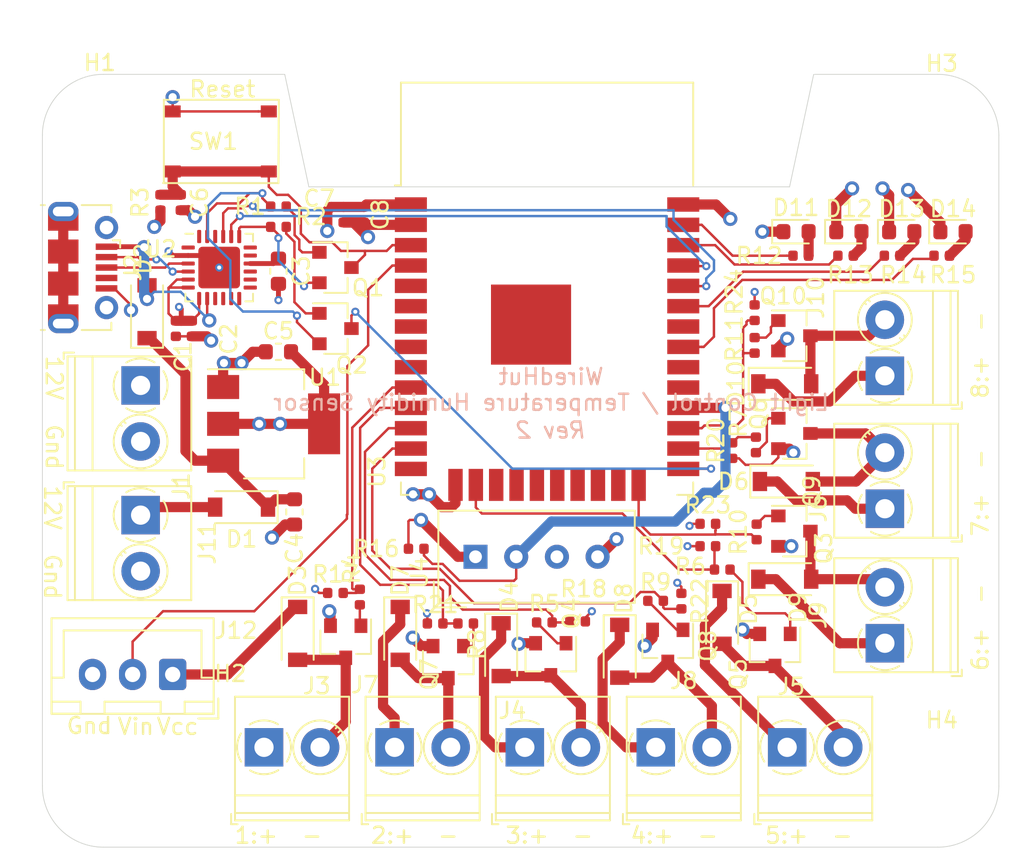
<source format=kicad_pcb>
(kicad_pcb (version 20241229) (generator "pcbnew") (generator_version "9.0")
  (title_block (date "2021-12-03") (comment 4 "@Comment4@"))
  (layers (0 "F.Cu" signal) (4 "In1.Cu" power) (6 "In2.Cu" power) (2 "B.Cu" signal) (13 "F.Paste" user) (15 "B.Paste" user) (5 "F.SilkS" user "F.Silkscreen") (7 "B.SilkS" user "B.Silkscreen") (1 "F.Mask" user) (3 "B.Mask" user) (25 "Edge.Cuts" user))
  (net 0 "")
  (net 1 "GND")
  (net 2 "+3V3")
  (net 3 "Net-(C3-Pad1)")
  (net 4 "Net-(C4-Pad1)")
  (net 5 "/EN")
  (net 6 "VCC")
  (net 7 "VBUS")
  (net 8 "/USB_RTS")
  (net 9 "Net-(Q1-Pad1)")
  (net 10 "/IO0")
  (net 11 "/USB_DTR")
  (net 12 "Net-(Q2-Pad1)")
  (net 13 "/USB_TX")
  (net 14 "/USB_RX")
  (net 15 "/USB_DM")
  (net 16 "/USB_DP")
  (net 17 "Net-(D3-Pad2)")
  (net 18 "Net-(D4-Pad2)")
  (net 19 "Net-(D5-Pad2)")
  (net 20 "Net-(D6-Pad2)")
  (net 21 "Net-(D7-Pad2)")
  (net 22 "Net-(D8-Pad2)")
  (net 23 "Net-(D9-Pad2)")
  (net 24 "Net-(D10-Pad2)")
  (net 25 "Net-(Q3-Pad1)")
  (net 26 "Net-(Q4-Pad1)")
  (net 27 "Net-(Q5-Pad1)")
  (net 28 "Net-(Q6-Pad1)")
  (net 29 "Net-(Q7-Pad1)")
  (net 30 "Net-(Q8-Pad1)")
  (net 31 "Net-(Q9-Pad1)")
  (net 32 "Net-(Q10-Pad1)")
  (net 33 "/PIR_A")
  (net 34 "/CH_1")
  (net 35 "/CH_3")
  (net 36 "/CH_5")
  (net 37 "/CH_7")
  (net 38 "/CH_2")
  (net 39 "/CH_4")
  (net 40 "/CH_6")
  (net 41 "/CH_8")
  (net 42 "Net-(D11-Pad2)")
  (net 43 "Net-(D12-Pad2)")
  (net 44 "Net-(D13-Pad2)")
  (net 45 "Net-(D14-Pad2)")
  (net 46 "/LED1")
  (net 47 "/LED2")
  (net 48 "/LED3")
  (net 49 "/LED4")
  (net 50 "/DHT_IO")
  (footprint "Resistor_SMD:R_0402_1005Metric" (layer "F.Cu") (at 111.2 69.85 -90)
    (property "Reference" "C1")
    (property "Value" "1uF")
  )
  (footprint "Resistor_SMD:R_0402_1005Metric" (layer "F.Cu") (at 112.2 69.85 -90)
    (property "Reference" "C2")
    (property "Value" "0.1uF")
  )
  (footprint "Resistor_SMD:R_0603_1608Metric" (layer "F.Cu") (at 117.602 66.2685 -90)
    (property "Reference" "C3")
    (property "Value" "4.7uF")
  )
  (footprint "Resistor_SMD:R_0603_1608Metric" (layer "F.Cu") (at 118.6 81.3 -90)
    (property "Reference" "C4")
    (property "Value" "1uF")
  )
  (footprint "Resistor_SMD:R_0603_1608Metric" (layer "F.Cu") (at 117.6 71.3 180)
    (property "Reference" "C5")
    (property "Value" "22uF")
  )
  (footprint "Resistor_SMD:R_0402_1005Metric" (layer "F.Cu") (at 122.936 62.738 90)
    (property "Reference" "C8")
    (property "Value" "0.1uF")
  )
  (footprint "Diode_SMD:D_SOD-123" (layer "F.Cu") (at 115.3 81 180)
    (property "Reference" "D1")
    (property "Value" "D_Schottky")
  )
  (footprint "Diode_SMD:D_SOD-123" (layer "F.Cu") (at 109.4 68.8 90)
    (property "Reference" "D2")
    (property "Value" "D_Schottky")
  )
  (footprint "Package_TO_SOT_SMD:SOT-23" (layer "F.Cu") (at 121.158 69.85)
    (property "Reference" "Q2")
    (property "Value" "Q_NPN_BEC")
  )
  (footprint "Resistor_SMD:R_0402_1005Metric" (layer "F.Cu") (at 117.602 62.23 180)
    (property "Reference" "R1")
    (property "Value" "10kR")
  )
  (footprint "Resistor_SMD:R_0402_1005Metric" (layer "F.Cu") (at 117.602 63.5 180)
    (property "Reference" "R2")
    (property "Value" "10kR")
  )
  (footprint "Resistor_SMD:R_0402_1005Metric" (layer "F.Cu") (at 110.236 61.976 -90)
    (property "Reference" "R3")
    (property "Value" "10kR")
  )
  (footprint "footprints:TS-1187A" (layer "F.Cu") (at 114 58.166)
    (property "Reference" "SW1")
    (property "Value" "SW_Push")
  )
  (footprint "Package_TO_SOT_SMD:SOT-223-3_TabPin2" (layer "F.Cu") (at 117.3 75.8)
    (property "Reference" "U1")
    (property "Value" "AZ1117-3.3")
  )
  (footprint "Package_DFN_QFN:QFN-24-1EP_4x4mm_P0.5mm_EP2.6x2.6mm" (layer "F.Cu") (at 113.904 66.04)
    (property "Reference" "U2")
    (property "Value" "CP2104")
  )
  (footprint "RF_Module:ESP32-WROOM-32" (layer "F.Cu") (at 134.366 70.358)
    (property "Reference" "U3")
    (property "Value" "ESP32-WROOM-32")
  )
  (footprint "Diode_SMD:D_SOD-123" (layer "F.Cu") (at 118.8 88.884 -90)
    (property "Reference" "D3")
    (property "Value" "D_Schottky")
  )
  (footprint "Connector_USB:USB_Micro-B_Molex-105017-0001" (layer "F.Cu") (at 105.41 66.04 -90)
    (property "Reference" "J2")
    (property "Value" "USB_B_Micro")
  )
  (footprint "Resistor_SMD:R_0402_1005Metric" (layer "F.Cu") (at 122.682 86.614 90)
    (property "Reference" "R4")
    (property "Value" "100R")
  )
  (footprint "Resistor_SMD:R_0402_1005Metric" (layer "F.Cu") (at 134.2 88.2)
    (property "Reference" "R5")
    (property "Value" "100R")
  )
  (footprint "Resistor_SMD:R_0402_1005Metric" (layer "F.Cu") (at 145.3 84.9 180)
    (property "Reference" "R6")
    (property "Value" "100R")
  )
  (footprint "Resistor_SMD:R_0402_1005Metric" (layer "F.Cu") (at 147.4 77.115 90)
    (property "Reference" "R7")
    (property "Value" "100R")
  )
  (footprint "Resistor_SMD:R_0402_1005Metric" (layer "F.Cu") (at 129.286 88.265 180)
    (property "Reference" "R8")
    (property "Value" "100R")
  )
  (footprint "Resistor_SMD:R_0402_1005Metric" (layer "F.Cu") (at 141.138 86.852)
    (property "Reference" "R9")
    (property "Value" "100R")
  )
  (footprint "Resistor_SMD:R_0402_1005Metric" (layer "F.Cu") (at 147.32 70.9 -90)
    (property "Reference" "R11")
    (property "Value" "100R")
  )
  (footprint "TerminalBlock_Phoenix:TerminalBlock_Phoenix_PT-1,5-2-3.5-H_1x02_P3.50mm_Horizontal" (layer "F.Cu") (at 109 73.4 -90)
    (property "Reference" "J1")
    (property "Value" "Screw_Terminal_01x02")
  )
  (footprint "TerminalBlock_Phoenix:TerminalBlock_Phoenix_PT-1,5-2-3.5-H_1x02_P3.50mm_Horizontal" (layer "F.Cu") (at 116.7 96)
    (property "Reference" "J3")
    (property "Value" "Screw_Terminal_01x02")
  )
  (footprint "Resistor_SMD:R_0402_1005Metric" (layer "F.Cu") (at 121.666 62.738 90)
    (property "Reference" "C7")
    (property "Value" "10uF")
  )
  (footprint "Package_TO_SOT_SMD:SOT-23" (layer "F.Cu") (at 121.158 66.04)
    (property "Reference" "Q1")
    (property "Value" "Q_NPN_BEC")
  )
  (footprint "Resistor_SMD:R_0402_1005Metric" (layer "F.Cu") (at 111.506 61.976 -90)
    (property "Reference" "C6")
    (property "Value" "0.1uF")
  )
  (footprint "Diode_SMD:D_SOD-123" (layer "F.Cu") (at 131.5 89.9 -90)
    (property "Reference" "D4")
    (property "Value" "D_Schottky")
  )
  (footprint "Diode_SMD:D_SOD-123" (layer "F.Cu") (at 145.288 87.884 -90)
    (property "Reference" "D5")
    (property "Value" "D_Schottky")
  )
  (footprint "Diode_SMD:D_SOD-123" (layer "F.Cu") (at 149.3 79.4)
    (property "Reference" "D6")
    (property "Value" "D_Schottky")
  )
  (footprint "Diode_SMD:D_SOD-123" (layer "F.Cu") (at 125.2 88.884 -90)
    (property "Reference" "D7")
    (property "Value" "D_Schottky")
  )
  (footprint "Diode_SMD:D_SOD-123" (layer "F.Cu") (at 138.9 90 -90)
    (property "Reference" "D8")
    (property "Value" "D_Schottky")
  )
  (footprint "Diode_SMD:D_SOD-123" (layer "F.Cu") (at 149.2 73.3)
    (property "Reference" "D10")
    (property "Value" "D_Schottky")
  )
  (footprint "Package_TO_SOT_SMD:SOT-23" (layer "F.Cu") (at 134.6 90.5 -90)
    (property "Reference" "Q4")
    (property "Value" "Q_NMOS_GDS")
  )
  (footprint "Package_TO_SOT_SMD:SOT-23" (layer "F.Cu") (at 148.59 89.916 -90)
    (property "Reference" "Q5")
    (property "Value" "Q_NMOS_GDS")
  )
  (footprint "Package_TO_SOT_SMD:SOT-23" (layer "F.Cu") (at 149.8 76.4)
    (property "Reference" "Q6")
    (property "Value" "Q_NMOS_GDS")
  )
  (footprint "Package_TO_SOT_SMD:SOT-23" (layer "F.Cu") (at 128.2 90.678 -90)
    (property "Reference" "Q7")
    (property "Value" "Q_NMOS_GDS")
  )
  (footprint "Package_TO_SOT_SMD:SOT-23" (layer "F.Cu") (at 141.9 89.662 -90)
    (property "Reference" "Q8")
    (property "Value" "Q_NMOS_GDS")
  )
  (footprint "TerminalBlock_Phoenix:TerminalBlock_Phoenix_PT-1,5-2-3.5-H_1x02_P3.50mm_Horizontal" (layer "F.Cu") (at 132.978 96)
    (property "Reference" "J4")
    (property "Value" "Screw_Terminal_01x02")
  )
  (footprint "TerminalBlock_Phoenix:TerminalBlock_Phoenix_PT-1,5-2-3.5-H_1x02_P3.50mm_Horizontal" (layer "F.Cu") (at 149.35 96)
    (property "Reference" "J5")
    (property "Value" "Screw_Terminal_01x02")
  )
  (footprint "TerminalBlock_Phoenix:TerminalBlock_Phoenix_PT-1,5-2-3.5-H_1x02_P3.50mm_Horizontal" (layer "F.Cu") (at 155.448 81.1 90)
    (property "Reference" "J6")
    (property "Value" "Screw_Terminal_01x02")
  )
  (footprint "TerminalBlock_Phoenix:TerminalBlock_Phoenix_PT-1,5-2-3.5-H_1x02_P3.50mm_Horizontal" (layer "F.Cu") (at 124.85 96)
    (property "Reference" "J7")
    (property "Value" "Screw_Terminal_01x02")
  )
  (footprint "TerminalBlock_Phoenix:TerminalBlock_Phoenix_PT-1,5-2-3.5-H_1x02_P3.50mm_Horizontal" (layer "F.Cu") (at 141.15 96)
    (property "Reference" "J8")
    (property "Value" "Screw_Terminal_01x02")
  )
  (footprint "TerminalBlock_Phoenix:TerminalBlock_Phoenix_PT-1,5-2-3.5-H_1x02_P3.50mm_Horizontal" (layer "F.Cu") (at 155.448 72.8 90)
    (property "Reference" "J10")
    (property "Value" "Screw_Terminal_01x02")
  )
  (footprint "Resistor_SMD:R_0402_1005Metric" (layer "F.Cu") (at 147.447 82.55 -90)
    (property "Reference" "R10")
    (property "Value" "100R")
  )
  (footprint "TerminalBlock_Phoenix:TerminalBlock_Phoenix_PT-1,5-2-3.5-H_1x02_P3.50mm_Horizontal" (layer "F.Cu") (at 155.448 89.5 90)
    (property "Reference" "J9")
    (property "Value" "Screw_Terminal_01x02")
  )
  (footprint "Package_TO_SOT_SMD:SOT-23" (layer "F.Cu") (at 149.8 82.5)
    (property "Reference" "Q9")
    (property "Value" "Q_NMOS_GDS")
  )
  (footprint "TerminalBlock_Phoenix:TerminalBlock_Phoenix_PT-1,5-2-3.5-H_1x02_P3.50mm_Horizontal" (layer "F.Cu") (at 109 81.5 -90)
    (property "Reference" "J11")
    (property "Value" "Screw_Terminal_01x02")
  )
  (footprint "Connector_JST:JST_XH_B3B-XH-A_1x03_P2.50mm_Vertical" (layer "F.Cu") (at 111 91.45 180)
    (property "Reference" "J12")
    (property "Value" "Conn_01x03")
  )
  (footprint "MountingHole:MountingHole_3.2mm_M3" (layer "F.Cu") (at 106.45 57.45)
    (property "Reference" "H1")
    (property "Value" "MountingHole")
  )
  (footprint "MountingHole:MountingHole_3.2mm_M3" (layer "F.Cu") (at 106.5 98.5)
    (property "Reference" "H2")
    (property "Value" "MountingHole")
  )
  (footprint "MountingHole:MountingHole_3.2mm_M3" (layer "F.Cu") (at 159 57.5)
    (property "Reference" "H3")
    (property "Value" "MountingHole")
  )
  (footprint "MountingHole:MountingHole_3.2mm_M3" (layer "F.Cu") (at 159 98.5)
    (property "Reference" "H4")
    (property "Value" "MountingHole")
  )
  (footprint "Diode_SMD:D_SOD-123" (layer "F.Cu") (at 149.2 85.5)
    (property "Reference" "D9")
    (property "Value" "D_Schottky")
  )
  (footprint "LED_SMD:LED_0603_1608Metric" (layer "F.Cu") (at 149.9 63.8)
    (property "Reference" "D11")
    (property "Value" "Green")
  )
  (footprint "LED_SMD:LED_0603_1608Metric" (layer "F.Cu") (at 153.2 63.8)
    (property "Reference" "D12")
    (property "Value" "Green")
  )
  (footprint "LED_SMD:LED_0603_1608Metric" (layer "F.Cu") (at 156.5 63.8)
    (property "Reference" "D13")
    (property "Value" "Red")
  )
  (footprint "LED_SMD:LED_0603_1608Metric" (layer "F.Cu") (at 159.7 63.8)
    (property "Reference" "D14")
    (property "Value" "Red")
  )
  (footprint "Resistor_SMD:R_0402_1005Metric" (layer "F.Cu") (at 150.2 65.3)
    (property "Reference" "R12")
    (property "Value" "47R")
  )
  (footprint "Resistor_SMD:R_0402_1005Metric" (layer "F.Cu") (at 153 65.3)
    (property "Reference" "R13")
    (property "Value" "47R")
  )
  (footprint "Resistor_SMD:R_0402_1005Metric" (layer "F.Cu") (at 155.9 65.3)
    (property "Reference" "R14")
    (property "Value" "150R")
  )
  (footprint "Resistor_SMD:R_0402_1005Metric" (layer "F.Cu") (at 159 65.3)
    (property "Reference" "R15")
    (property "Value" "150R")
  )
  (footprint "Sensor:Aosong_DHT11_5.5x12.0_P2.54mm" (layer "F.Cu") (at 129.9 84.1 90)
    (property "Reference" "U4")
    (property "Value" "DHT11")
  )
  (footprint "Resistor_SMD:R_0402_1005Metric" (layer "F.Cu") (at 126.2 83.6 180)
    (property "Reference" "R16")
    (property "Value" "10kR")
  )
  (footprint "Package_TO_SOT_SMD:SOT-23" (layer "F.Cu") (at 121.8 89.408 -90)
    (property "Reference" "Q3")
    (property "Value" "Q_NMOS_GSD")
  )
  (footprint "Resistor_SMD:R_0402_1005Metric" (layer "F.Cu") (at 121.158 86.36)
    (property "Reference" "R17")
    (property "Value" "10kR")
  )
  (footprint "Resistor_SMD:R_0402_1005Metric" (layer "F.Cu") (at 136.271 88.138 180)
    (property "Reference" "R18")
    (property "Value" "10kR")
  )
  (footprint "Resistor_SMD:R_0402_1005Metric" (layer "F.Cu") (at 144.399 83.439)
    (property "Reference" "R19")
    (property "Value" "10kR")
  )
  (footprint "Resistor_SMD:R_0402_1005Metric" (layer "F.Cu") (at 145.923 77.47 90)
    (property "Reference" "R20")
    (property "Value" "10kR")
  )
  (footprint "Resistor_SMD:R_0402_1005Metric" (layer "F.Cu") (at 127.381 88.265)
    (property "Reference" "R21")
    (property "Value" "10kR")
  )
  (footprint "Resistor_SMD:R_0402_1005Metric" (layer "F.Cu") (at 142.748 86.868 -90)
    (property "Reference" "R22")
    (property "Value" "10kR")
  )
  (footprint "Resistor_SMD:R_0402_1005Metric" (layer "F.Cu") (at 144.399 82.042)
    (property "Reference" "R23")
    (property "Value" "10kR")
  )
  (footprint "Resistor_SMD:R_0402_1005Metric" (layer "F.Cu") (at 147.32 68.857 -90)
    (property "Reference" "R24")
    (property "Value" "10kR")
  )
  (footprint "Package_TO_SOT_SMD:SOT-23" (layer "F.Cu") (at 149.8 70.3)
    (property "Reference" "Q10")
    (property "Value" "Q_NMOS_GDS")
  )
  (gr_line (start 102.87 57.785) (end 102.87 98.425) (stroke (width 0.05)) (layer "Edge.Cuts"))
  (gr_line (start 106.68 102.235) (end 158.75 102.235) (stroke (width 0.05)) (layer "Edge.Cuts"))
  (gr_line (start 162.56 98.425) (end 162.56 57.785) (stroke (width 0.05)) (layer "Edge.Cuts"))
  (gr_line (start 117.975 53.975) (end 118 54) (stroke (width 0.05)) (layer "Edge.Cuts"))
  (gr_line (start 151.025 53.975) (end 151 54) (stroke (width 0.05)) (layer "Edge.Cuts"))
  (gr_line (start 118 54) (end 119.5 61) (stroke (width 0.05)) (layer "Edge.Cuts"))
  (gr_line (start 106.68 53.975) (end 117.975 53.975) (stroke (width 0.05)) (layer "Edge.Cuts"))
  (gr_line (start 119.5 61) (end 149.5 61) (stroke (width 0.05)) (layer "Edge.Cuts"))
  (gr_arc (start 162.56 98.425) (mid 161.444077 101.119077) (end 158.75 102.235) (stroke (width 0.05)) (layer "Edge.Cuts"))
  (gr_arc (start 158.75 53.975) (mid 161.444077 55.090923) (end 162.56 57.785) (stroke (width 0.05)) (layer "Edge.Cuts"))
  (gr_arc (start 102.87 57.785) (mid 103.985923 55.090923) (end 106.68 53.975) (stroke (width 0.05)) (layer "Edge.Cuts"))
  (gr_arc (start 106.68 102.235) (mid 103.985923 101.119077) (end 102.87 98.425) (stroke (width 0.05)) (layer "Edge.Cuts"))
  (gr_line (start 149.5 61) (end 151 54) (stroke (width 0.05)) (layer "Edge.Cuts"))
  (gr_line (start 158.75 53.975) (end 151.025 53.975) (stroke (width 0.05)) (layer "Edge.Cuts"))
  (gr_text "12V  Gnd" (at 103.5 83.2 270) (layer "F.SilkS") (effects (font (size 1 1))))
  (gr_text "5:+  -" (at 150.7 101.5 0) (layer "F.SilkS") (effects (font (size 1 1))))
  (gr_text "Gnd" (at 105.8 94.65 0) (layer "F.SilkS") (effects (font (size 1 1))))
  (gr_text "6:+  -" (at 161.4 88.5 90) (layer "F.SilkS") (effects (font (size 1 1))))
  (gr_text "8:+  -" (at 161.4 71.5 90) (layer "F.SilkS") (effects (font (size 1 1))))
  (gr_text "3:+  -" (at 134.5 101.5 0) (layer "F.SilkS") (effects (font (size 1 1))))
  (gr_text "Vin" (at 108.7 94.7 0) (layer "F.SilkS") (effects (font (size 1 1))))
  (gr_text "2:+  -" (at 126.1 101.5 0) (layer "F.SilkS") (effects (font (size 1 1))))
  (gr_text "Vcc" (at 111.3 94.7 0) (layer "F.SilkS") (effects (font (size 1 1))))
  (gr_text "4:+  -" (at 142.3 101.5 0) (layer "F.SilkS") (effects (font (size 1 1))))
  (gr_text "1:+  -" (at 117.6 101.5 0) (layer "F.SilkS") (effects (font (size 1 1))))
  (gr_text "7:+  -" (at 161.4 80.1 90) (layer "F.SilkS") (effects (font (size 1 1))))
  (gr_text "Reset" (at 114.1 54.9 0) (layer "F.SilkS") (effects (font (size 1 1))))
  (gr_text "12V  Gnd" (at 103.6 75.1 270) (layer "F.SilkS") (effects (font (size 1 1))))
  (gr_text "WiredHut\nLight Control / Temperature Humidity Sensor" (at 134.62 73.66 0) (layer "B.SilkS") (effects (font (size 1 1)) (justify mirror)))
  (gr_text "Rev 2" (at 134.62 76.2 0) (layer "B.SilkS") (effects (font (size 1 1) (thickness 0.15) (italic yes)) (justify mirror)))
  (segment (start 117.602 67.056) (end 117.602 68.072) (width 0.3048) (layer "F.Cu") (net 1))
  (segment (start 116 71.3) (end 115.3 72) (width 0.635) (layer "F.Cu") (net 1))
  (segment (start 111.9665 65.29) (end 113.154 65.29) (width 0.3048) (layer "F.Cu") (net 1))
  (segment (start 155.7125 63.8) (end 155.7125 61.5125) (width 0.635) (layer "F.Cu") (net 1))
  (segment (start 148.8 77.9024) (end 148.8 77.35) (width 0.1524) (layer "F.Cu") (net 1))
  (segment (start 111 56.291) (end 111 55.4) (width 0.1524) (layer "F.Cu") (net 1))
  (segment (start 114.15 73.5) (end 114.15 72.05) (width 0.635) (layer "F.Cu") (net 1))
  (segment (start 147.64 88.916) (end 146.828 88.916) (width 0.635) (layer "F.Cu") (net 1))
  (segment (start 146.343 77.955) (end 146.747 78.359) (width 0.1524) (layer "F.Cu") (net 1))
  (segment (start 114.15 72.05) (end 114.2 72) (width 0.635) (layer "F.Cu") (net 1))
  (segment (start 158.9125 63.8) (end 158.9125 63.2125) (width 0.635) (layer "F.Cu") (net 1))
  (segment (start 146.747 78.359) (end 148.3434 78.359) (width 0.1524) (layer "F.Cu") (net 1))
  (segment (start 148.3434 78.359) (end 148.8 77.9024) (width 0.1524) (layer "F.Cu") (net 1))
  (segment (start 123.086 62.103) (end 122.936 62.253) (width 0.635) (layer "F.Cu") (net 1))
  (segment (start 137.6 84.1) (end 138.7 83) (width 0.635) (layer "F.Cu") (net 1))
  (segment (start 104.1725 65.04) (end 104.1725 67.04) (width 0.635) (layer "F.Cu") (net 1))
  (segment (start 149.595 83.45) (end 149.606 83.439) (width 0.635) (layer "F.Cu") (net 1))
  (segment (start 111.01 65.29) (end 110.744 65.024) (width 0.3048) (layer "F.Cu") (net 1))
  (segment (start 128.651 79.613) (end 128.651 80.749) (width 0.635) (layer "F.Cu") (net 1))
  (segment (start 117 56.291) (end 116.3476 56.291) (width 0.1524) (layer "F.Cu") (net 1))
  (segment (start 113.154 65.29) (end 113.904 66.04) (width 0.3048) (layer "F.Cu") (net 1))
  (segment (start 136.756 87.907) (end 137.16 87.503) (width 0.1524) (layer "F.Cu") (net 1))
  (segment (start 128.651 80.749) (end 128.4 81) (width 0.635) (layer "F.Cu") (net 1))
  (segment (start 106.8725 67.34) (end 107.3475 67.34) (width 0.1524) (layer "F.Cu") (net 1))
  (segment (start 152.4125 63.8) (end 152.4125 62.0875) (width 0.635) (layer "F.Cu") (net 1))
  (segment (start 120.673 86.36) (end 120.142 86.36) (width 0.1524) (layer "F.Cu") (net 1))
  (segment (start 146.828 88.916) (end 146.558 88.646) (width 0.635) (layer "F.Cu") (net 1))
  (segment (start 126.896 87.653) (end 126.873 87.63) (width 0.1524) (layer "F.Cu") (net 1))
  (segment (start 143.914 82.042) (end 143.383 82.042) (width 0.1524) (layer "F.Cu") (net 1))
  (segment (start 143.383 82.042) (end 143.256 82.169) (width 0.1524) (layer "F.Cu") (net 1))
  (segment (start 149.486 77.35) (end 149.733 77.597) (width 0.635) (layer "F.Cu") (net 1))
  (segment (start 143.914 83.439) (end 143.129 83.439) (width 0.1524) (layer "F.Cu") (net 1))
  (segment (start 127 80.2) (end 126 80.2) (width 0.635) (layer "F.Cu") (net 1))
  (segment (start 121.666 62.253) (end 120.881 62.253) (width 0.635) (layer "F.Cu") (net 1))
  (segment (start 145.923 77.955) (end 146.343 77.955) (width 0.1524) (layer "F.Cu") (net 1))
  (segment (start 148.8 77.35) (end 149.486 77.35) (width 0.635) (layer "F.Cu") (net 1))
  (segment (start 148.8 83.45) (end 149.595 83.45) (width 0.635) (layer "F.Cu") (net 1))
  (segment (start 140.95 88.662) (end 140.95 89.174) (width 0.635) (layer "F.Cu") (net 1))
  (segment (start 111.991 62.461) (end 112.395 62.865) (width 0.635) (layer "F.Cu") (net 1))
  (segment (start 126.508 89.678) (end 125.984 89.154) (width 0.635) (layer "F.Cu") (net 1))
  (segment (start 127.25 89.678) (end 126.508 89.678) (width 0.635) (layer "F.Cu") (net 1))
  (segment (start 137.52 84.1) (end 137.6 84.1) (width 0.635) (layer "F.Cu") (net 1))
  (segment (start 148.8 71.037) (end 149.352 70.485) (width 0.635) (layer "F.Cu") (net 1))
  (segment (start 120.85 88.408) (end 120.85 87.576) (width 0.635) (layer "F.Cu") (net 1))
  (segment (start 126.896 88.265) (end 126.896 87.653) (width 0.1524) (layer "F.Cu") (net 1))
  (segment (start 112.2 70.335) (end 113.135 70.335) (width 0.635) (layer "F.Cu") (net 1))
  (segment (start 122.936 62.253) (end 121.666 62.253) (width 0.635) (layer "F.Cu") (net 1))
  (segment (start 147.32 68.372) (end 147.32 67.564) (width 0.1524) (layer "F.Cu") (net 1))
  (segment (start 142.748 85.979) (end 142.494 85.725) (width 0.1524) (layer "F.Cu") (net 1))
  (segment (start 111.9665 65.29) (end 111.01 65.29) (width 0.3048) (layer "F.Cu") (net 1))
  (segment (start 158.9125 63.2125) (end 156.9 61.2) (width 0.635) (layer "F.Cu") (net 1))
  (segment (start 108.4 68.3925) (end 108.4 68.7) (width 0.1524) (layer "F.Cu") (net 1))
  (segment (start 116.8125 71.3) (end 116 71.3) (width 0.635) (layer "F.Cu") (net 1))
  (segment (start 120.881 62.253) (end 120.87609 62.25791) (width 0.635) (layer "F.Cu") (net 1))
  (segment (start 113.135 70.335) (end 113.4 70.6) (width 0.635) (layer "F.Cu") (net 1))
  (segment (start 125.866 62.103) (end 123.086 62.103) (width 0.635) (layer "F.Cu") (net 1))
  (segment (start 136.756 88.138) (end 136.756 87.907) (width 0.1524) (layer "F.Cu") (net 1))
  (segment (start 142.866 62.103) (end 144.903 62.103) (width 0.635) (layer "F.Cu") (net 1))
  (segment (start 149.1125 63.8) (end 147.8 63.8) (width 0.635) (layer "F.Cu") (net 1))
  (segment (start 133.65 89.5) (end 132.623 89.5) (width 0.635) (layer "F.Cu") (net 1))
  (segment (start 111.2 70.335) (end 112.2 70.335) (width 0.1524) (layer "F.Cu") (net 1))
  (segment (start 128.4 81) (end 127.8 81) (width 0.635) (layer "F.Cu") (net 1))
  (segment (start 142.748 86.383) (end 142.748 85.979) (width 0.1524) (layer "F.Cu") (net 1))
  (segment (start 155.7125 61.5125) (end 155.3 61.1) (width 0.635) (layer "F.Cu") (net 1))
  (segment (start 148.8 71.25) (end 148.8 71.037) (width 0.635) (layer "F.Cu") (net 1))
  (segment (start 118.6 82.0875) (end 118.0125 82.0875) (width 0.635) (layer "F.Cu") (net 1))
  (segment (start 116.3476 56.291) (end 111 56.291) (width 0.1524) (layer "F.Cu") (net 1))
  (segment (start 132.623 89.5) (end 132.588 89.535) (width 0.635) (layer "F.Cu") (net 1))
  (segment (start 120.85 87.576) (end 120.777 87.503) (width 0.635) (layer "F.Cu") (net 1))
  (segment (start 104.1725 67.04) (end 104.1725 68.94) (width 0.635) (layer "F.Cu") (net 1))
  (segment (start 118.0125 82.0875) (end 117.2 82.9) (width 0.635) (layer "F.Cu") (net 1))
  (segment (start 140.95 89.174) (end 140.462 89.662) (width 0.635) (layer "F.Cu") (net 1))
  (segment (start 120.65 62.484) (end 120.65 63.754) (width 0.635) (layer "F.Cu") (net 1))
  (segment (start 120.142 86.36) (end 119.888 86.106) (width 0.1524) (layer "F.Cu") (net 1))
  (segment (start 111.506 62.461) (end 111.991 62.461) (width 0.635) (layer "F.Cu") (net 1))
  (segment (start 144.903 62.103) (end 145.8 63) (width 0.635) (layer "F.Cu") (net 1))
  (segment (start 120.87609 62.25791) (end 120.65 62.484) (width 0.635) (layer "F.Cu") (net 1))
  (segment (start 115.3 72) (end 114.2 72) (width 0.635) (layer "F.Cu") (net 1))
  (segment (start 107.3475 67.34) (end 108.4 68.3925) (width 0.1524) (layer "F.Cu") (net 1))
  (segment (start 104.1725 63.14) (end 104.1725 65.04) (width 0.635) (layer "F.Cu") (net 1))
  (segment (start 152.4125 62.0875) (end 153.4 61.1) (width 0.635) (layer "F.Cu") (net 1))
  (segment (start 127.8 81) (end 127 80.2) (width 0.635) (layer "F.Cu") (net 1))
  (via (at 117.2 82.9) (size 0.889) (drill 0.508) (layers "F.Cu" "B.Cu") (net 1))
  (via (at 149.352 70.485) (size 0.889) (drill 0.508) (layers "F.Cu" "B.Cu") (net 1))
  (via (at 110.744 65.024) (size 0.508) (drill 0.254) (layers "F.Cu" "B.Cu") (net 1))
  (via (at 108.4 68.7) (size 0.889) (drill 0.508) (layers "F.Cu" "B.Cu") (net 1))
  (via (at 126.873 87.63) (size 0.508) (drill 0.254) (layers "F.Cu" "B.Cu") (net 1))
  (via (at 115.3 72) (size 0.889) (drill 0.508) (layers "F.Cu" "B.Cu") (net 1))
  (via (at 112.395 62.865) (size 0.889) (drill 0.508) (layers "F.Cu" "B.Cu") (net 1))
  (via (at 126 80.2) (size 0.889) (drill 0.508) (layers "F.Cu" "B.Cu") (net 1))
  (via (at 149.606 83.439) (size 0.889) (drill 0.508) (layers "F.Cu" "B.Cu") (net 1))
  (via (at 120.65 63.754) (size 0.889) (drill 0.508) (layers "F.Cu" "B.Cu") (net 1))
  (via (at 147.8 63.8) (size 0.889) (drill 0.508) (layers "F.Cu" "B.Cu") (net 1))
  (via (at 147.32 67.564) (size 0.508) (drill 0.254) (layers "F.Cu" "B.Cu") (net 1))
  (via (at 155.3 61.1) (size 0.889) (drill 0.508) (layers "F.Cu" "B.Cu") (net 1))
  (via (at 120.777 87.503) (size 0.889) (drill 0.508) (layers "F.Cu" "B.Cu") (net 1))
  (via (at 119.888 86.106) (size 0.508) (drill 0.254) (layers "F.Cu" "B.Cu") (net 1))
  (via (at 125.984 89.154) (size 0.889) (drill 0.508) (layers "F.Cu" "B.Cu") (net 1))
  (via (at 137.16 87.503) (size 0.508) (drill 0.254) (layers "F.Cu" "B.Cu") (net 1))
  (via (at 114.2 72) (size 0.889) (drill 0.508) (layers "F.Cu" "B.Cu") (net 1))
  (via (at 140.462 89.662) (size 0.889) (drill 0.508) (layers "F.Cu" "B.Cu") (net 1))
  (via (at 113.904 66.04) (size 0.508) (drill 0.254) (layers "F.Cu" "B.Cu") (net 1))
  (via (at 142.494 85.725) (size 0.508) (drill 0.254) (layers "F.Cu" "B.Cu") (net 1))
  (via (at 146.558 88.646) (size 0.889) (drill 0.508) (layers "F.Cu" "B.Cu") (net 1))
  (via (at 153.4 61.1) (size 0.889) (drill 0.508) (layers "F.Cu" "B.Cu") (net 1))
  (via (at 149.733 77.597) (size 0.889) (drill 0.508) (layers "F.Cu" "B.Cu") (net 1))
  (via (at 117.602 68.072) (size 0.508) (drill 0.254) (layers "F.Cu" "B.Cu") (net 1))
  (via (at 111 55.4) (size 0.889) (drill 0.508) (layers "F.Cu" "B.Cu") (net 1))
  (via (at 156.9 61.2) (size 0.889) (drill 0.508) (layers "F.Cu" "B.Cu") (net 1))
  (via (at 143.129 83.439) (size 0.508) (drill 0.254) (layers "F.Cu" "B.Cu") (net 1))
  (via (at 138.7 83) (size 0.889) (drill 0.508) (layers "F.Cu" "B.Cu") (net 1))
  (via (at 145.8 63) (size 0.889) (drill 0.508) (layers "F.Cu" "B.Cu") (net 1))
  (via (at 132.588 89.535) (size 0.889) (drill 0.508) (layers "F.Cu" "B.Cu") (net 1))
  (via (at 143.256 82.169) (size 0.508) (drill 0.254) (layers "F.Cu" "B.Cu") (net 1))
  (via (at 127 80.2) (size 0.889) (drill 0.508) (layers "F.Cu" "B.Cu") (net 1))
  (via (at 113.4 70.6) (size 0.889) (drill 0.508) (layers "F.Cu" "B.Cu") (net 1))
  (segment (start 125.866 63.373) (end 123.086 63.373) (width 0.635) (layer "F.Cu") (net 2))
  (segment (start 125.871383 81.8) (end 126.5 81.8) (width 0.1524) (layer "F.Cu") (net 2))
  (segment (start 111.264 66.79) (end 111.9665 66.79) (width 0.1524) (layer "F.Cu") (net 2))
  (segment (start 111.2 69.365) (end 111.535 69.365) (width 0.635) (layer "F.Cu") (net 2))
  (segment (start 123.086 63.373) (end 122.936 63.223) (width 0.635) (layer "F.Cu") (net 2))
  (segment (start 121.666 63.223) (end 122.278 63.223) (width 0.635) (layer "F.Cu") (net 2))
  (segment (start 120.45 75.8) (end 120.45 73.3625) (width 0.635) (layer "F.Cu") (net 2))
  (segment (start 110.744 67.31) (end 110.744 68.909) (width 0.1524) (layer "F.Cu") (net 2))
  (segment (start 110.744 67.31) (end 111.264 66.79) (width 0.1524) (layer "F.Cu") (net 2))
  (segment (start 120.45 73.3625) (end 118.3875 71.3) (width 0.635) (layer "F.Cu") (net 2))
  (segment (start 110.744 67.31) (end 110.764 67.29) (width 0.1524) (layer "F.Cu") (net 2))
  (segment (start 114.15 75.8) (end 116.4 75.8) (width 0.635) (layer "F.Cu") (net 2))
  (segment (start 111.535 69.365) (end 111.535 68.635) (width 0.3048) (layer "F.Cu") (net 2))
  (segment (start 125.8 81.8) (end 125.871383 81.8) (width 0.1524) (layer "F.Cu") (net 2))
  (segment (start 112.654 67.9775) (end 112.654 68.911) (width 0.1524) (layer "F.Cu") (net 2))
  (segment (start 125.715 81.885) (end 125.8 81.8) (width 0.1524) (layer "F.Cu") (net 2))
  (segment (start 111.535 69.365) (end 112.2 69.365) (width 0.635) (layer "F.Cu") (net 2))
  (segment (start 112.654 68.911) (end 112.2 69.365) (width 0.1524) (layer "F.Cu") (net 2))
  (segment (start 125.715 83.6) (end 125.715 81.885) (width 0.1524) (layer "F.Cu") (net 2))
  (segment (start 110.236 63.119) (end 109.855 63.5) (width 0.635) (layer "F.Cu") (net 2))
  (segment (start 110.764 67.29) (end 111.9665 67.29) (width 0.1524) (layer "F.Cu") (net 2))
  (segment (start 122.936 63.223) (end 121.666 63.223) (width 0.635) (layer "F.Cu") (net 2))
  (segment (start 128.8 84.1) (end 126.5 81.8) (width 0.635) (layer "F.Cu") (net 2))
  (segment (start 110.744 68.909) (end 111.2 69.365) (width 0.1524) (layer "F.Cu") (net 2))
  (segment (start 122.278 63.223) (end 123.19 64.135) (width 0.635) (layer "F.Cu") (net 2))
  (segment (start 111.535 68.635) (end 111.4 68.5) (width 0.3048) (layer "F.Cu") (net 2))
  (segment (start 129.9 84.1) (end 128.8 84.1) (width 0.635) (layer "F.Cu") (net 2))
  (segment (start 117.7 75.8) (end 116.4 75.8) (width 0.635) (layer "F.Cu") (net 2))
  (segment (start 110.236 62.461) (end 110.236 63.119) (width 0.635) (layer "F.Cu") (net 2))
  (segment (start 117.7 75.8) (end 120.45 75.8) (width 0.635) (layer "F.Cu") (net 2))
  (via (at 111.4 68.5) (size 0.508) (drill 0.254) (layers "F.Cu" "B.Cu") (net 2))
  (via (at 123.19 64.135) (size 0.889) (drill 0.508) (layers "F.Cu" "B.Cu") (net 2))
  (via (at 117.7 75.8) (size 0.889) (drill 0.508) (layers "F.Cu" "B.Cu") (net 2))
  (via (at 126.5 81.8) (size 0.889) (drill 0.508) (layers "F.Cu" "B.Cu") (net 2))
  (via (at 116.4 75.8) (size 0.889) (drill 0.508) (layers "F.Cu" "B.Cu") (net 2))
  (via (at 109.855 63.5) (size 0.889) (drill 0.508) (layers "F.Cu" "B.Cu") (net 2))
  (segment (start 117.602 65.481) (end 117.293 65.79) (width 0.3048) (layer "F.Cu") (net 3))
  (segment (start 117.293 65.79) (end 115.8415 65.79) (width 0.3048) (layer "F.Cu") (net 3))
  (segment (start 112.4 78.1) (end 114.15 78.1) (width 0.635) (layer "F.Cu") (net 4))
  (segment (start 118.6 80.5125) (end 117.4375 80.5125) (width 0.635) (layer "F.Cu") (net 4))
  (segment (start 109.55 70.45) (end 111.8 72.7) (width 0.635) (layer "F.Cu") (net 4))
  (segment (start 114.15 78.2) (end 116.95 81) (width 0.635) (layer "F.Cu") (net 4))
  (segment (start 114.15 78.1) (end 114.15 78.2) (width 0.635) (layer "F.Cu") (net 4))
  (segment (start 111.8 72.7) (end 111.8 77.5) (width 0.635) (layer "F.Cu") (net 4))
  (segment (start 117.4375 80.5125) (end 116.95 81) (width 0.635) (layer "F.Cu") (net 4))
  (segment (start 109.4 70.45) (end 109.55 70.45) (width 0.635) (layer "F.Cu") (net 4))
  (segment (start 111.8 77.5) (end 112.4 78.1) (width 0.635) (layer "F.Cu") (net 4))
  (segment (start 119 63.922798) (end 119 62.2911) (width 0.1524) (layer "F.Cu") (net 5))
  (segment (start 123 65) (end 121.5 65) (width 0.1524) (layer "F.Cu") (net 5))
  (segment (start 124.7136 64.643) (end 124.3566 65) (width 0.1524) (layer "F.Cu") (net 5))
  (segment (start 117.5 61.5) (end 117 61) (width 0.1524) (layer "F.Cu") (net 5))
  (segment (start 121.5 65) (end 120.961399 64.461399) (width 0.1524) (layer "F.Cu") (net 5))
  (segment (start 111 60.041) (end 111 60.985) (width 0.635) (layer "F.Cu") (net 5))
  (segment (start 123 65) (end 123 65.248) (width 0.1524) (layer "F.Cu") (net 5))
  (segment (start 119.538601 64.461399) (end 119 63.922798) (width 0.1524) (layer "F.Cu") (net 5))
  (segment (start 119 62.2911) (end 118.2089 61.5) (width 0.1524) (layer "F.Cu") (net 5))
  (segment (start 111 60.041) (end 117 60.041) (width 0.635) (layer "F.Cu") (net 5))
  (segment (start 120.961399 64.461399) (end 119.538601 64.461399) (width 0.1524) (layer "F.Cu") (net 5))
  (segment (start 110.236 61.491) (end 111.506 61.491) (width 0.635) (layer "F.Cu") (net 5))
  (segment (start 124.3566 65) (end 123 65) (width 0.1524) (layer "F.Cu") (net 5))
  (segment (start 125.866 64.643) (end 124.7136 64.643) (width 0.1524) (layer "F.Cu") (net 5))
  (segment (start 111 60.985) (end 111.506 61.491) (width 0.635) (layer "F.Cu") (net 5))
  (segment (start 118.2089 61.5) (end 117.5 61.5) (width 0.1524) (layer "F.Cu") (net 5))
  (segment (start 122.208 66.04) (end 122.158 66.04) (width 0.1524) (layer "F.Cu") (net 5))
  (segment (start 123 65.248) (end 122.208 66.04) (width 0.1524) (layer "F.Cu") (net 5))
  (segment (start 117 61) (end 117 60.041) (width 0.1524) (layer "F.Cu") (net 5))
  (segment (start 137.830099 94.515099) (end 139.315 96) (width 0.635) (layer "F.Cu") (net 6))
  (segment (start 148.635 85.5) (end 152.635 89.5) (width 0.635) (layer "F.Cu") (net 6))
  (segment (start 130.430099 90.404901) (end 131.5 89.335) (width 0.635) (layer "F.Cu") (net 6))
  (segment (start 137.830099 90.504901) (end 137.830099 94.515099) (width 0.635) (layer "F.Cu") (net 6))
  (segment (start 147.55 73.3) (end 148.635 73.3) (width 0.635) (layer "F.Cu") (net 6))
  (segment (start 153.613 81.1) (end 155.448 81.1) (width 0.635) (layer "F.Cu") (net 6))
  (segment (start 114.434 91.45) (end 116.7 89.184) (width 0.635) (layer "F.Cu") (net 6))
  (segment (start 149.35 96) (end 144.218099 90.868099) (width 0.635) (layer "F.Cu") (net 6))
  (segment (start 124.130099 89.388901) (end 125.2 88.319) (width 0.635) (layer "F.Cu") (net 6))
  (segment (start 113.65 81) (end 109.5 81) (width 0.635) (layer "F.Cu") (net 6))
  (segment (start 148.735 79.4) (end 149.915099 80.580099) (width 0.635) (layer "F.Cu") (net 6))
  (segment (start 144.218099 88.388901) (end 145.288 87.319) (width 0.635) (layer "F.Cu") (net 6))
  (segment (start 124.85 96) (end 124.85 94.165) (width 0.635) (layer "F.Cu") (net 6))
  (segment (start 147.55 85.5) (end 148.635 85.5) (width 0.635) (layer "F.Cu") (net 6))
  (segment (start 145.288 87.319) (end 145.288 86.234) (width 0.635) (layer "F.Cu") (net 6))
  (segment (start 109.5 81) (end 109 81.5) (width 0.635) (layer "F.Cu") (net 6))
  (segment (start 152.635 89.5) (end 153.613 89.5) (width 0.635) (layer "F.Cu") (net 6))
  (segment (start 148.635 73.3) (end 149.735 74.4) (width 0.635) (layer "F.Cu") (net 6))
  (segment (start 131.5 89.335) (end 131.5 88.25) (width 0.635) (layer "F.Cu") (net 6))
  (segment (start 124.130099 93.445099) (end 124.130099 89.388901) (width 0.635) (layer "F.Cu") (net 6))
  (segment (start 153.613 72.8) (end 155.448 72.8) (width 0.635) (layer "F.Cu") (net 6))
  (segment (start 131.143 96) (end 130.430099 95.287099) (width 0.635) (layer "F.Cu") (net 6))
  (segment (start 144.218099 90.868099) (end 144.218099 88.388901) (width 0.635) (layer "F.Cu") (net 6))
  (segment (start 138.9 89.435) (end 137.830099 90.504901) (width 0.635) (layer "F.Cu") (net 6))
  (segment (start 124.85 94.165) (end 124.130099 93.445099) (width 0.635) (layer "F.Cu") (net 6))
  (segment (start 149.915099 80.580099) (end 153.093099 80.580099) (width 0.635) (layer "F.Cu") (net 6))
  (segment (start 132.978 96) (end 131.143 96) (width 0.635) (layer "F.Cu") (net 6))
  (segment (start 149.735 74.4) (end 152.013 74.4) (width 0.635) (layer "F.Cu") (net 6))
  (segment (start 147.65 79.4) (end 148.735 79.4) (width 0.635) (layer "F.Cu") (net 6))
  (segment (start 152.013 74.4) (end 153.613 72.8) (width 0.635) (layer "F.Cu") (net 6))
  (segment (start 139.315 96) (end 141.15 96) (width 0.635) (layer "F.Cu") (net 6))
  (segment (start 153.613 89.5) (end 155.448 89.5) (width 0.635) (layer "F.Cu") (net 6))
  (segment (start 138.9 88.35) (end 138.9 89.435) (width 0.635) (layer "F.Cu") (net 6))
  (segment (start 130.430099 95.287099) (end 130.430099 90.404901) (width 0.635) (layer "F.Cu") (net 6))
  (segment (start 153.093099 80.580099) (end 153.613 81.1) (width 0.635) (layer "F.Cu") (net 6))
  (segment (start 125.2 88.319) (end 125.2 87.234) (width 0.635) (layer "F.Cu") (net 6))
  (segment (start 116.7 89.184) (end 118.65 87.234) (width 0.635) (layer "F.Cu") (net 6))
  (segment (start 118.65 87.234) (end 118.8 87.234) (width 0.635) (layer "F.Cu") (net 6))
  (segment (start 111 91.45) (end 114.434 91.45) (width 0.635) (layer "F.Cu") (net 6))
  (segment (start 113.154 67.9775) (end 113.154 69.212) (width 0.1524) (layer "F.Cu") (net 7))
  (segment (start 113.154 69.212) (end 113.284 69.342) (width 0.1524) (layer "F.Cu") (net 7))
  (segment (start 109.19 64.74) (end 109.22 64.77) (width 0.3048) (layer "F.Cu") (net 7))
  (segment (start 109.4 68) (end 109.4 67.15) (width 0.635) (layer "F.Cu") (net 7))
  (segment (start 106.8725 64.74) (end 109.19 64.74) (width 0.3048) (layer "F.Cu") (net 7))
  (via (at 109.22 64.77) (size 0.889) (drill 0.508) (layers "F.Cu" "B.Cu") (net 7))
  (via (at 109.4 68) (size 0.889) (drill 0.508) (layers "F.Cu" "B.Cu") (net 7))
  (via (at 113.284 69.342) (size 0.889) (drill 0.508) (layers "F.Cu" "B.Cu") (net 7))
  (segment (start 109.844499 67.555501) (end 109.4 68) (width 0.1524) (layer "B.Cu") (net 7))
  (segment (start 113.284 69.342) (end 111.497501 67.555501) (width 0.1524) (layer "B.Cu") (net 7))
  (segment (start 109.22 67.82) (end 109.4 68) (width 0.635) (layer "B.Cu") (net 7))
  (segment (start 111.497501 67.555501) (end 109.844499 67.555501) (width 0.1524) (layer "B.Cu") (net 7))
  (segment (start 109.22 64.77) (end 109.22 67.82) (width 0.635) (layer "B.Cu") (net 7))
  (segment (start 115.154 63.59) (end 115.244 63.5) (width 0.1524) (layer "F.Cu") (net 8))
  (segment (start 117.6 64.2) (end 117.6 63.983) (width 0.1524) (layer "F.Cu") (net 8))
  (segment (start 120.158 66.99) (end 119.41 66.99) (width 0.1524) (layer "F.Cu") (net 8))
  (segment (start 119.41 66.99) (end 119.2 67.2) (width 0.1524) (layer "F.Cu") (net 8))
  (segment (start 117.6 63.983) (end 117.117 63.5) (width 0.1524) (layer "F.Cu") (net 8))
  (segment (start 115.154 64.1025) (end 115.154 63.59) (width 0.1524) (layer "F.Cu") (net 8))
  (segment (start 115.244 63.5) (end 117.117 63.5) (width 0.1524) (layer "F.Cu") (net 8))
  (via (at 117.6 64.2) (size 0.508) (drill 0.254) (layers "F.Cu" "B.Cu") (net 8))
  (via (at 119.2 67.2) (size 0.508) (drill 0.254) (layers "F.Cu" "B.Cu") (net 8))
  (segment (start 119.2 67.2) (end 117.6 65.6) (width 0.1524) (layer "B.Cu") (net 8))
  (segment (start 117.6 65.6) (end 117.6 64.2) (width 0.1524) (layer "B.Cu") (net 8))
  (segment (start 118.087 62.23) (end 118.61061 62.75361) (width 0.1524) (layer "F.Cu") (net 9))
  (segment (start 119.09 65.09) (end 120.158 65.09) (width 0.1524) (layer "F.Cu") (net 9))
  (segment (start 118.61061 64.012544) (end 118.90481 64.306744) (width 0.1524) (layer "F.Cu") (net 9))
  (segment (start 118.90481 64.306744) (end 118.90481 64.90481) (width 0.1524) (layer "F.Cu") (net 9))
  (segment (start 118.90481 64.90481) (end 119.09 65.09) (width 0.1524) (layer "F.Cu") (net 9))
  (segment (start 118.61061 62.75361) (end 118.61061 64.012544) (width 0.1524) (layer "F.Cu") (net 9))
  (segment (start 142.879 78.6) (end 142.866 78.613) (width 0.1524) (layer "F.Cu") (net 10))
  (segment (start 122.158 69.042) (end 122.4 68.8) (width 0.1524) (layer "F.Cu") (net 10))
  (segment (start 144.6 78.6) (end 142.879 78.6) (width 0.1524) (layer "F.Cu") (net 10))
  (segment (start 122.158 69.85) (end 122.158 69.042) (width 0.1524) (layer "F.Cu") (net 10))
  (via (at 122.4 68.8) (size 0.508) (drill 0.254) (layers "F.Cu" "B.Cu") (net 10))
  (via (at 144.6 78.6) (size 0.508) (drill 0.254) (layers "F.Cu" "B.Cu") (net 10))
  (segment (start 132.2 78.6) (end 144.6 78.6) (width 0.1524) (layer "B.Cu") (net 10))
  (segment (start 122.4 68.8) (end 132.2 78.6) (width 0.1524) (layer "B.Cu") (net 10))
  (segment (start 120.108 70.8) (end 118.75875 69.45075) (width 0.1524) (layer "F.Cu") (net 11))
  (segment (start 113.154 64.1025) (end 113.154 62.646) (width 0.1524) (layer "F.Cu") (net 11))
  (segment (start 115.8 61.4) (end 116.6 61.4) (width 0.1524) (layer "F.Cu") (net 11))
  (segment (start 116.6 61.713) (end 117.117 62.23) (width 0.1524) (layer "F.Cu") (net 11))
  (segment (start 118.75875 69.45075) (end 118.75875 69.04125) (width 0.1524) (layer "F.Cu") (net 11))
  (segment (start 113.76289 62.03711) (end 115.16289 62.03711) (width 0.1524) (layer "F.Cu") (net 11))
  (segment (start 120.158 70.8) (end 120.108 70.8) (width 0.1524) (layer "F.Cu") (net 11))
  (segment (start 115.16289 62.03711) (end 115.8 61.4) (width 0.1524) (layer "F.Cu") (net 11))
  (segment (start 116.6 61.4) (end 116.6 61.713) (width 0.1524) (layer "F.Cu") (net 11))
  (segment (start 113.154 62.646) (end 113.76289 62.03711) (width 0.1524) (layer "F.Cu") (net 11))
  (via (at 116.6 61.4) (size 0.508) (drill 0.254) (layers "F.Cu" "B.Cu") (net 11))
  (via (at 118.75875 69.04125) (size 0.508) (drill 0.254) (layers "F.Cu" "B.Cu") (net 11))
  (segment (start 114 61.4) (end 116.6 61.4) (width 0.1524) (layer "B.Cu") (net 11))
  (segment (start 114.6 68) (end 114.6 65.6) (width 0.1524) (layer "B.Cu") (net 11))
  (segment (start 115.387251 68.787251) (end 114.6 68) (width 0.1524) (layer "B.Cu") (net 11))
  (segment (start 113.2 62.2) (end 114 61.4) (width 0.1524) (layer "B.Cu") (net 11))
  (segment (start 118.75875 69.04125) (end 118.504751 68.787251) (width 0.1524) (layer "B.Cu") (net 11))
  (segment (start 113.2 64.2) (end 113.2 62.2) (width 0.1524) (layer "B.Cu") (net 11))
  (segment (start 114.6 65.6) (end 113.2 64.2) (width 0.1524) (layer "B.Cu") (net 11))
  (segment (start 118.504751 68.787251) (end 115.387251 68.787251) (width 0.1524) (layer "B.Cu") (net 11))
  (segment (start 118.6 64.433) (end 118.6 68.2) (width 0.1524) (layer "F.Cu") (net 12))
  (segment (start 118.087 63.92) (end 118.6 64.433) (width 0.1524) (layer "F.Cu") (net 12))
  (segment (start 118.087 63.5) (end 118.087 63.92) (width 0.1524) (layer "F.Cu") (net 12))
  (segment (start 118.6 68.2) (end 119.3 68.9) (width 0.1524) (layer "F.Cu") (net 12))
  (segment (start 119.3 68.9) (end 120.158 68.9) (width 0.1524) (layer "F.Cu") (net 12))
  (segment (start 115.431066 62.2) (end 115.289146 62.34192) (width 0.1524) (layer "F.Cu") (net 13))
  (segment (start 144.3 67.2) (end 142.883 67.2) (width 0.1524) (layer "F.Cu") (net 13))
  (segment (start 114.45808 62.34192) (end 114.154 62.646) (width 0.1524) (layer "F.Cu") (net 13))
  (segment (start 115.289146 62.34192) (end 114.45808 62.34192) (width 0.1524) (layer "F.Cu") (net 13))
  (segment (start 114.154 62.646) (end 114.154 64.1025) (width 0.1524) (layer "F.Cu") (net 13))
  (segment (start 142.883 67.2) (end 142.866 67.183) (width 0.1524) (layer "F.Cu") (net 13))
  (segment (start 116 62.2) (end 115.431066 62.2) (width 0.1524) (layer "F.Cu") (net 13))
  (via (at 144.3 67.2) (size 0.508) (drill 0.254) (layers "F.Cu" "B.Cu") (net 13))
  (via (at 116 62.2) (size 0.508) (drill 0.254) (layers "F.Cu" "B.Cu") (net 13))
  (segment (start 116.449397 62.453999) (end 116.453999 62.458601) (width 0.1524) (layer "B.Cu") (net 13))
  (segment (start 116.453999 62.458601) (end 142.258601 62.458601) (width 0.1524) (layer "B.Cu") (net 13))
  (segment (start 142.258601 63.058601) (end 144.782601 65.582601) (width 0.1524) (layer "B.Cu") (net 13))
  (segment (start 142.258601 62.458601) (end 142.258601 63.058601) (width 0.1524) (layer "B.Cu") (net 13))
  (segment (start 116 62.2) (end 116.253999 62.453999) (width 0.1524) (layer "B.Cu") (net 13))
  (segment (start 144.782601 66.232601) (end 144.3 66.715202) (width 0.1524) (layer "B.Cu") (net 13))
  (segment (start 144.3 66.715202) (end 144.3 67.2) (width 0.1524) (layer "B.Cu") (net 13))
  (segment (start 116.253999 62.453999) (end 116.449397 62.453999) (width 0.1524) (layer "B.Cu") (net 13))
  (segment (start 144.782601 65.582601) (end 144.782601 66.232601) (width 0.1524) (layer "B.Cu") (net 13))
  (segment (start 114.654 64.1025) (end 114.654 63.367478) (width 0.1524) (layer "F.Cu") (net 14))
  (segment (start 114.654 63.367478) (end 115.196958 62.82452) (width 0.1524) (layer "F.Cu") (net 14))
  (segment (start 142.903 65.95) (end 142.866 65.913) (width 0.1524) (layer "F.Cu") (net 14))
  (segment (start 144.3 65.95) (end 142.903 65.95) (width 0.1524) (layer "F.Cu") (net 14))
  (via (at 144.3 65.95) (size 0.508) (drill 0.254) (layers "F.Cu" "B.Cu") (net 14))
  (via (at 115.196958 62.82452) (size 0.508) (drill 0.254) (layers "F.Cu" "B.Cu") (net 14))
  (segment (start 115.196958 62.82452) (end 141.82452 62.82452) (width 0.1524) (layer "B.Cu") (net 14))
  (segment (start 141.82452 62.82452) (end 141.82452 63.47452) (width 0.1524) (layer "B.Cu") (net 14))
  (segment (start 141.82452 63.47452) (end 144.3 65.95) (width 0.1524) (layer "B.Cu") (net 14))
  (segment (start 108.98581 65.532) (end 109.982 65.532) (width 0.1524) (layer "F.Cu") (net 15))
  (segment (start 111.9625 66.294) (end 111.9665 66.29) (width 0.1524) (layer "F.Cu") (net 15))
  (segment (start 108.84381 65.39) (end 108.98581 65.532) (width 0.1524) (layer "F.Cu") (net 15))
  (segment (start 110.998 66.294) (end 111.9625 66.294) (width 0.1524) (layer "F.Cu") (net 15))
  (segment (start 106.8725 65.39) (end 108.84381 65.39) (width 0.1524) (layer "F.Cu") (net 15))
  (via (at 109.982 65.532) (size 0.508) (drill 0.254) (layers "F.Cu" "B.Cu") (net 15))
  (via (at 110.998 66.294) (size 0.508) (drill 0.254) (layers "F.Cu" "B.Cu") (net 15))
  (segment (start 109.982 65.532) (end 110.236 65.532) (width 0.1524) (layer "B.Cu") (net 15))
  (segment (start 110.236 65.532) (end 110.998 66.294) (width 0.1524) (layer "B.Cu") (net 15))
  (segment (start 110.53775 66.04) (end 110.79175 65.786) (width 0.1524) (layer "F.Cu") (net 16))
  (segment (start 110.79175 65.786) (end 110.79575 65.79) (width 0.1524) (layer "F.Cu") (net 16))
  (segment (start 110.79575 65.79) (end 111.9665 65.79) (width 0.1524) (layer "F.Cu") (net 16))
  (segment (start 106.8725 66.04) (end 110.53775 66.04) (width 0.1524) (layer "F.Cu") (net 16))
  (segment (start 118.8 90.534) (end 121.674 90.534) (width 0.635) (layer "F.Cu") (net 17))
  (segment (start 121.674 90.534) (end 121.8 90.408) (width 0.635) (layer "F.Cu") (net 17))
  (segment (start 121.8 90.408) (end 121.8 94.4) (width 0.635) (layer "F.Cu") (net 17))
  (segment (start 121.8 94.4) (end 120.2 96) (width 0.635) (layer "F.Cu") (net 17))
  (segment (start 134.55 91.55) (end 134.6 91.5) (width 0.635) (layer "F.Cu") (net 18))
  (segment (start 136.478 96) (end 136.478 93.378) (width 0.635) (layer "F.Cu") (net 18))
  (segment (start 131.5 91.55) (end 134.55 91.55) (width 0.635) (layer "F.Cu") (net 18))
  (segment (start 136.478 93.378) (end 134.6 91.5) (width 0.635) (layer "F.Cu") (net 18))
  (segment (start 152.85 95.226) (end 152.85 96) (width 0.635) (layer "F.Cu") (net 19))
  (segment (start 148.59 90.966) (end 152.85 95.226) (width 0.635) (layer "F.Cu") (net 19))
  (segment (start 145.288 89.534) (end 146.67 90.916) (width 0.635) (layer "F.Cu") (net 19))
  (segment (start 148.59 90.916) (end 148.59 90.966) (width 0.635) (layer "F.Cu") (net 19))
  (segment (start 146.67 90.916) (end 148.59 90.916) (width 0.635) (layer "F.Cu") (net 19))
  (segment (start 154.248 76.4) (end 155.448 77.6) (width 0.635) (layer "F.Cu") (net 20))
  (segment (start 150.95 79.4) (end 153.648 79.4) (width 0.635) (layer "F.Cu") (net 20))
  (segment (start 153.648 79.4) (end 155.448 77.6) (width 0.635) (layer "F.Cu") (net 20))
  (segment (start 150.8 76.4) (end 154.248 76.4) (width 0.635) (layer "F.Cu") (net 20))
  (segment (start 125.2 90.534) (end 126.344 91.678) (width 0.635) (layer "F.Cu") (net 21))
  (segment (start 128.2 91.678) (end 128.2 95.85) (width 0.635) (layer "F.Cu") (net 21))
  (segment (start 128.2 95.85) (end 128.35 96) (width 0.635) (layer "F.Cu") (net 21))
  (segment (start 126.344 91.678) (end 128.2 91.678) (width 0.635) (layer "F.Cu") (net 21))
  (segment (start 141.9 90.712) (end 141.9 90.662) (width 0.635) (layer "F.Cu") (net 22))
  (segment (start 138.9 91.65) (end 140.912 91.65) (width 0.635) (layer "F.Cu") (net 22))
  (segment (start 144.65 93.412) (end 142.985 91.747) (width 0.635) (layer "F.Cu") (net 22))
  (segment (start 142.985 91.747) (end 142.935 91.747) (width 0.635) (layer "F.Cu") (net 22))
  (segment (start 142.935 91.747) (end 141.9 90.712) (width 0.635) (layer "F.Cu") (net 22))
  (segment (start 144.65 96) (end 144.65 93.412) (width 0.635) (layer "F.Cu") (net 22))
  (segment (start 140.912 91.65) (end 141.9 90.662) (width 0.635) (layer "F.Cu") (net 22))
  (segment (start 150.8 85.45) (end 150.85 85.5) (width 0.635) (layer "F.Cu") (net 23))
  (segment (start 150.85 85.5) (end 154.948 85.5) (width 0.635) (layer "F.Cu") (net 23))
  (segment (start 150.8 82.5) (end 150.8 85.45) (width 0.635) (layer "F.Cu") (net 23))
  (segment (start 154.948 85.5) (end 155.448 86) (width 0.635) (layer "F.Cu") (net 23))
  (segment (start 150.8 70.3) (end 150.8 73.25) (width 0.635) (layer "F.Cu") (net 24))
  (segment (start 150.8 73.25) (end 150.85 73.3) (width 0.635) (layer "F.Cu") (net 24))
  (segment (start 150.8 70.3) (end 154.448 70.3) (width 0.635) (layer "F.Cu") (net 24))
  (segment (start 154.448 70.3) (end 155.448 69.3) (width 0.635) (layer "F.Cu") (net 24))
  (segment (start 122.682 87.099) (end 122.682 88.34) (width 0.1524) (layer "F.Cu") (net 25))
  (segment (start 122.682 88.34) (end 122.75 88.408) (width 0.1524) (layer "F.Cu") (net 25))
  (segment (start 133.715 88.2) (end 135.015 89.5) (width 0.1524) (layer "F.Cu") (net 26))
  (segment (start 135.015 89.5) (end 135.55 89.5) (width 0.1524) (layer "F.Cu") (net 26))
  (segment (start 147.193 87.63) (end 149.225 87.63) (width 0.1524) (layer "F.Cu") (net 27))
  (segment (start 149.225 87.63) (end 149.54 87.945) (width 0.1524) (layer "F.Cu") (net 27))
  (segment (start 149.54 87.945) (end 149.54 88.916) (width 0.1524) (layer "F.Cu") (net 27))
  (segment (start 146.558 85.673) (end 146.558 86.995) (width 0.1524) (layer "F.Cu") (net 27))
  (segment (start 145.785 84.9) (end 146.558 85.673) (width 0.1524) (layer "F.Cu") (net 27))
  (segment (start 146.558 86.995) (end 147.193 87.63) (width 0.1524) (layer "F.Cu") (net 27))
  (segment (start 148.082 75.5656) (end 148.1976 75.45) (width 0.1524) (layer "F.Cu") (net 28))
  (segment (start 148.1976 75.45) (end 148.8 75.45) (width 0.1524) (layer "F.Cu") (net 28))
  (segment (start 147.4 77.6) (end 148.082 76.918) (width 0.1524) (layer "F.Cu") (net 28))
  (segment (start 148.082 76.918) (end 148.082 75.5656) (width 0.1524) (layer "F.Cu") (net 28))
  (segment (start 129.7024 89.678) (end 129.15 89.678) (width 0.1524) (layer "F.Cu") (net 29))
  (segment (start 129.771 88.265) (end 129.771 89.6094) (width 0.1524) (layer "F.Cu") (net 29))
  (segment (start 129.771 89.6094) (end 129.7024 89.678) (width 0.1524) (layer "F.Cu") (net 29))
  (segment (start 140.653 86.852) (end 142.463 88.662) (width 0.1524) (layer "F.Cu") (net 30))
  (segment (start 142.463 88.662) (end 142.85 88.662) (width 0.1524) (layer "F.Cu") (net 30))
  (segment (start 148.8 81.55) (end 147.962 81.55) (width 0.1524) (layer "F.Cu") (net 31))
  (segment (start 147.962 81.55) (end 147.447 82.065) (width 0.1524) (layer "F.Cu") (net 31))
  (segment (start 148.025 70.415) (end 147.32 70.415) (width 0.1524) (layer "F.Cu") (net 32))
  (segment (start 148.8 69.35) (end 148.75 69.35) (width 0.1524) (layer "F.Cu") (net 32))
  (segment (start 148.75 69.35) (end 148.336 69.764) (width 0.1524) (layer "F.Cu") (net 32))
  (segment (start 148.336 70.104) (end 148.025 70.415) (width 0.1524) (layer "F.Cu") (net 32))
  (segment (start 148.336 69.764) (end 148.336 70.104) (width 0.1524) (layer "F.Cu") (net 32))
  (segment (start 116.09619 87.5) (end 110.4 87.5) (width 0.1524) (layer "F.Cu") (net 33))
  (segment (start 124.7136 65.913) (end 123.2 67.4266) (width 0.1524) (layer "F.Cu") (net 33))
  (segment (start 125.866 65.913) (end 124.7136 65.913) (width 0.1524) (layer "F.Cu") (net 33))
  (segment (start 121.90361 81.44639) (end 121.873101 81.476899) (width 0.1524) (layer "F.Cu") (net 33))
  (segment (start 108.5 89.4) (end 108.5 91.45) (width 0.1524) (layer "F.Cu") (net 33))
  (segment (start 121.873101 81.476899) (end 121.873101 81.723089) (width 0.1524) (layer "F.Cu") (net 33))
  (segment (start 121.90361 72.19639) (end 121.90361 81.44639) (width 0.1524) (layer "F.Cu") (net 33))
  (segment (start 121.873101 81.723089) (end 116.09619 87.5) (width 0.1524) (layer "F.Cu") (net 33))
  (segment (start 110.4 87.5) (end 108.5 89.4) (width 0.1524) (layer "F.Cu") (net 33))
  (segment (start 123.2 67.4266) (end 123.2 70.9) (width 0.1524) (layer "F.Cu") (net 33))
  (segment (start 123.2 70.9) (end 121.90361 72.19639) (width 0.1524) (layer "F.Cu") (net 33))
  (segment (start 124.7136 73.533) (end 122.20842 76.03818) (width 0.1524) (layer "F.Cu") (net 34))
  (segment (start 122.26084 86.129) (end 122.682 86.129) (width 0.1524) (layer "F.Cu") (net 34))
  (segment (start 122.20842 86.07658) (end 122.26084 86.129) (width 0.1524) (layer "F.Cu") (net 34))
  (segment (start 125.866 73.533) (end 124.7136 73.533) (width 0.1524) (layer "F.Cu") (net 34))
  (segment (start 122.451 86.36) (end 122.682 86.129) (width 0.1524) (layer "F.Cu") (net 34))
  (segment (start 122.20842 76.03818) (end 122.20842 86.07658) (width 0.1524) (layer "F.Cu") (net 34))
  (segment (start 121.643 86.36) (end 122.451 86.36) (width 0.1524) (layer "F.Cu") (net 34))
  (segment (start 127.926256 85.54519) (end 124.59519 85.54519) (width 0.1524) (layer "F.Cu") (net 35))
  (segment (start 134.305 87.4) (end 129.1 87.4) (width 0.1524) (layer "F.Cu") (net 35))
  (segment (start 128.304809 85.923743) (end 127.926256 85.54519) (width 0.1524) (layer "F.Cu") (net 35))
  (segment (start 128.30481 86.60481) (end 128.304809 85.923743) (width 0.1524) (layer "F.Cu") (net 35))
  (segment (start 134.685 87.78) (end 134.305 87.4) (width 0.1524) (layer "F.Cu") (net 35))
  (segment (start 123.00481 83.95481) (end 123.00481 77.545256) (width 0.1524) (layer "F.Cu") (net 35))
  (segment (start 134.685 88.2) (end 135.724 88.2) (width 0.1524) (layer "F.Cu") (net 35))
  (segment (start 134.685 88.2) (end 134.685 87.78) (width 0.1524) (layer "F.Cu") (net 35))
  (segment (start 123.00481 77.545256) (end 124.477066 76.073) (width 0.1524) (layer "F.Cu") (net 35))
  (segment (start 129.1 87.4) (end 128.30481 86.60481) (width 0.1524) (layer "F.Cu") (net 35))
  (segment (start 135.724 88.2) (end 135.786 88.138) (width 0.1524) (layer "F.Cu") (net 35))
  (segment (start 124.59519 85.54519) (end 123.00481 83.95481) (width 0.1524) (layer "F.Cu") (net 35))
  (segment (start 124.477066 76.073) (end 125.866 76.073) (width 0.1524) (layer "F.Cu") (net 35))
  (segment (start 144.42 84.9) (end 144.815 84.9) (width 0.1524) (layer "F.Cu") (net 36))
  (segment (start 139.068934 81.4) (end 142.568934 84.9) (width 0.1524) (layer "F.Cu") (net 36))
  (segment (start 142.568934 84.9) (end 144.42 84.9) (width 0.1524) (layer "F.Cu") (net 36))
  (segment (start 144.815 83.508) (end 144.884 83.439) (width 0.1524) (layer "F.Cu") (net 36))
  (segment (start 129.921 79.613) (end 129.921 81.021) (width 0.1524) (layer "F.Cu") (net 36))
  (segment (start 129.921 81.021) (end 130.3 81.4) (width 0.1524) (layer "F.Cu") (net 36))
  (segment (start 130.3 81.4) (end 139.068934 81.4) (width 0.1524) (layer "F.Cu") (net 36))
  (segment (start 144.815 84.9) (end 144.815 83.508) (width 0.1524) (layer "F.Cu") (net 36))
  (segment (start 142.866 77.343) (end 145.565 77.343) (width 0.1524) (layer "F.Cu") (net 37))
  (segment (start 147.4 76.63) (end 146.278 76.63) (width 0.1524) (layer "F.Cu") (net 37))
  (segment (start 145.565 77.343) (end 145.923 76.985) (width 0.1524) (layer "F.Cu") (net 37))
  (segment (start 146.278 76.63) (end 145.923 76.985) (width 0.1524) (layer "F.Cu") (net 37))
  (segment (start 123.95 85.85) (end 122.7 84.6) (width 0.1524) (layer "F.Cu") (net 38))
  (segment (start 125.866 74.803) (end 125.316 74.803) (width 0.1524) (layer "F.Cu") (net 38))
  (segment (start 122.7 84.6) (end 122.7 76.05) (width 0.1524) (layer "F.Cu") (net 38))
  (segment (start 127.866 86.21) (end 127.506 85.85) (width 0.1524) (layer "F.Cu") (net 38))
  (segment (start 127.506 85.85) (end 123.95 85.85) (width 0.1524) (layer "F.Cu") (net 38))
  (segment (start 123.947 74.803) (end 125.866 74.803) (width 0.1524) (layer "F.Cu") (net 38))
  (segment (start 122.7 76.05) (end 123.947 74.803) (width 0.1524) (layer "F.Cu") (net 38))
  (segment (start 128.801 88.265) (end 127.866 88.265) (width 0.1524) (layer "F.Cu") (net 38))
  (segment (start 127.866 88.265) (end 127.866 86.21) (width 0.1524) (layer "F.Cu") (net 38))
  (segment (start 141.623 86.852) (end 141.623 87.272) (width 0.1524) (layer "F.Cu") (net 39))
  (segment (start 123.4566 83.7066) (end 124.6 84.85) (width 0.1524) (layer "F.Cu") (net 39))
  (segment (start 129.812132 87) (end 127.662132 84.85) (width 0.1524) (layer "F.Cu") (net 39))
  (segment (start 140.19661 86.30339) (end 139.5 87) (width 0.1524) (layer "F.Cu") (net 39))
  (segment (start 124.7136 77.343) (end 123.4566 78.6) (width 0.1524) (layer "F.Cu") (net 39))
  (segment (start 127.662132 84.85) (end 124.6 84.85) (width 0.1524) (layer "F.Cu") (net 39))
  (segment (start 141.704 87.353) (end 142.328 87.353) (width 0.1524) (layer "F.Cu") (net 39))
  (segment (start 123.4566 78.6) (end 123.4566 83.7066) (width 0.1524) (layer "F.Cu") (net 39))
  (segment (start 125.866 77.343) (end 124.7136 77.343) (width 0.1524) (layer "F.Cu") (net 39))
  (segment (start 141.623 86.852) (end 141.07439 86.30339) (width 0.1524) (layer "F.Cu") (net 39))
  (segment (start 142.328 87.353) (end 142.748 87.353) (width 0.1524) (layer "F.Cu") (net 39))
  (segment (start 141.07439 86.30339) (end 140.19661 86.30339) (width 0.1524) (layer "F.Cu") (net 39))
  (segment (start 139.5 87) (end 129.812132 87) (width 0.1524) (layer "F.Cu") (net 39))
  (segment (start 141.623 87.272) (end 141.704 87.353) (width 0.1524) (layer "F.Cu") (net 39))
  (segment (start 144.884 82.042) (end 144.884 82.462) (width 0.1524) (layer "F.Cu") (net 40))
  (segment (start 144.869 82.477) (end 144.869 82.715) (width 0.1524) (layer "F.Cu") (net 40))
  (segment (start 144.883168 82.700832) (end 147.112832 82.700832) (width 0.1524) (layer "F.Cu") (net 40))
  (segment (start 140.081 79.613) (end 140.081 81.981) (width 0.1524) (layer "F.Cu") (net 40))
  (segment (start 147.112832 82.700832) (end 147.447 83.035) (width 0.1524) (layer "F.Cu") (net 40))
  (segment (start 144.869 82.715) (end 144.883168 82.700832) (width 0.1524) (layer "F.Cu") (net 40))
  (segment (start 140.815 82.715) (end 144.869 82.715) (width 0.1524) (layer "F.Cu") (net 40))
  (segment (start 140.081 81.981) (end 140.815 82.715) (width 0.1524) (layer "F.Cu") (net 40))
  (segment (start 144.884 82.462) (end 144.869 82.477) (width 0.1524) (layer "F.Cu") (net 40))
  (segment (start 146.674 71.385) (end 147.32 71.385) (width 0.1524) (layer "F.Cu") (net 41))
  (segment (start 146.2 75.9) (end 146.6 75.5) (width 0.1524) (layer "F.Cu") (net 41))
  (segment (start 142.866 76.073) (end 144.0184 76.073) (width 0.1524) (layer "F.Cu") (net 41))
  (segment (start 144.1914 75.9) (end 146.2 75.9) (width 0.1524) (layer "F.Cu") (net 41))
  (segment (start 146.9 69.342) (end 147.32 69.342) (width 0.1524) (layer "F.Cu") (net 41))
  (segment (start 146.6 75.5) (end 146.6 71.459) (width 0.1524) (layer "F.Cu") (net 41))
  (segment (start 146.6 71.459) (end 146.674 71.385) (width 0.1524) (layer "F.Cu") (net 41))
  (segment (start 146.6 71.459) (end 146.6 69.808) (width 0.1524) (layer "F.Cu") (net 41))
  (segment (start 146.812 69.596) (end 146.812 69.43) (width 0.1524) (layer "F.Cu") (net 41))
  (segment (start 146.812 69.43) (end 146.9 69.342) (width 0.1524) (layer "F.Cu") (net 41))
  (segment (start 146.6 69.808) (end 146.812 69.596) (width 0.1524) (layer "F.Cu") (net 41))
  (segment (start 144.0184 76.073) (end 144.1914 75.9) (width 0.1524) (layer "F.Cu") (net 41))
  (segment (start 150.6875 63.8) (end 150.6875 65.2975) (width 0.635) (layer "F.Cu") (net 42))
  (segment (start 150.6875 65.2975) (end 150.685 65.3) (width 0.635) (layer "F.Cu") (net 42))
  (segment (start 153.9875 64.7975) (end 153.485 65.3) (width 0.635) (layer "F.Cu") (net 43))
  (segment (start 153.9875 63.8) (end 153.9875 64.7975) (width 0.635) (layer "F.Cu") (net 43))
  (segment (start 157.2875 64.3975) (end 156.385 65.3) (width 0.635) (layer "F.Cu") (net 44))
  (segment (start 157.2875 63.8) (end 157.2875 64.3975) (width 0.635) (layer "F.Cu") (net 44))
  (segment (start 160.4875 63.8) (end 160.4875 64.2975) (width 0.635) (layer "F.Cu") (net 45))
  (segment (start 160.4875 64.2975) (end 159.485 65.3) (width 0.635) (layer "F.Cu") (net 45))
  (segment (start 144.0184 63.373) (end 145.9454 65.3) (width 0.1524) (layer "F.Cu") (net 46))
  (segment (start 145.9454 65.3) (end 149.32 65.3) (width 0.1524) (layer "F.Cu") (net 46))
  (segment (start 142.866 63.373) (end 144.0184 63.373) (width 0.1524) (layer "F.Cu") (net 46))
  (segment (start 149.32 65.3) (end 149.715 65.3) (width 0.1524) (layer "F.Cu") (net 46))
  (segment (start 144.857334 64.643) (end 146.062944 65.84861) (width 0.1524) (layer "F.Cu") (net 47))
  (segment (start 146.062944 65.84861) (end 151.96639 65.84861) (width 0.1524) (layer "F.Cu") (net 47))
  (segment (start 152.180832 65.634168) (end 152.515 65.3) (width 0.1524) (layer "F.Cu") (net 47))
  (segment (start 151.96639 65.84861) (end 152.180832 65.634168) (width 0.1524) (layer "F.Cu") (net 47))
  (segment (start 142.866 64.643) (end 144.857334 64.643) (width 0.1524) (layer "F.Cu") (net 47))
  (segment (start 142.866 68.453) (end 144.447 68.453) (width 0.1524) (layer "F.Cu") (net 48))
  (segment (start 146.6 66.3) (end 154.415 66.3) (width 0.1524) (layer "F.Cu") (net 48))
  (segment (start 154.415 66.3) (end 155.415 65.3) (width 0.1524) (layer "F.Cu") (net 48))
  (segment (start 144.447 68.453) (end 146.6 66.3) (width 0.1524) (layer "F.Cu") (net 48))
  (segment (start 146.5486 66.8114) (end 144.78 68.58) (width 0.1524) (layer "F.Cu") (net 49))
  (segment (start 157.2 65.5) (end 155.8886 66.8114) (width 0.1524) (layer "F.Cu") (net 49))
  (segment (start 158.515 65.3) (end 158.315 65.5) (width 0.1524) (layer "F.Cu") (net 49))
  (segment (start 144.78 70.358) (end 144.145 70.993) (width 0.1524) (layer "F.Cu") (net 49))
  (segment (start 144.78 68.58) (end 144.78 70.358) (width 0.1524) (layer "F.Cu") (net 49))
  (segment (start 155.8886 66.8114) (end 146.5486 66.8114) (width 0.1524) (layer "F.Cu") (net 49))
  (segment (start 144.145 70.993) (end 144.0184 70.993) (width 0.1524) (layer "F.Cu") (net 49))
  (segment (start 144.0184 70.993) (end 142.866 70.993) (width 0.1524) (layer "F.Cu") (net 49))
  (segment (start 158.315 65.5) (end 157.2 65.5) (width 0.1524) (layer "F.Cu") (net 49))
  (segment (start 127.84519 84.54519) (end 128.9 85.6) (width 0.1524) (layer "F.Cu") (net 50))
  (segment (start 127.21019 84.54519) (end 127.84519 84.54519) (width 0.1524) (layer "F.Cu") (net 50))
  (segment (start 126.685 83.6) (end 126.685 84.02) (width 0.1524) (layer "F.Cu") (net 50))
  (segment (start 142.869 74.8) (end 142.866 74.803) (width 0.635) (layer "F.Cu") (net 50))
  (segment (start 128.9 85.6) (end 132.3 85.6) (width 0.1524) (layer "F.Cu") (net 50))
  (segment (start 132.44 85.46) (end 132.44 84.1) (width 0.1524) (layer "F.Cu") (net 50))
  (segment (start 145.5 74.8) (end 142.869 74.8) (width 0.635) (layer "F.Cu") (net 50))
  (segment (start 132.3 85.6) (end 132.44 85.46) (width 0.1524) (layer "F.Cu") (net 50))
  (segment (start 126.685 84.02) (end 127.21019 84.54519) (width 0.1524) (layer "F.Cu") (net 50))
  (via (at 145.5 74.8) (size 0.889) (drill 0.508) (layers "F.Cu" "B.Cu") (net 50))
  (segment (start 132.44 84.1) (end 134.64 81.9) (width 0.635) (layer "B.Cu") (net 50))
  (segment (start 145.5 79.4) (end 145.5 74.8) (width 0.635) (layer "B.Cu") (net 50))
  (segment (start 134.64 81.9) (end 142.371374 81.9) (width 0.635) (layer "B.Cu") (net 50))
  (segment (start 142.371374 81.9) (end 144.171374 80.1) (width 0.635) (layer "B.Cu") (net 50))
  (segment (start 144.8 80.1) (end 145.5 79.4) (width 0.635) (layer "B.Cu") (net 50))
  (segment (start 144.171374 80.1) (end 144.8 80.1) (width 0.635) (layer "B.Cu") (net 50))
)
</source>
